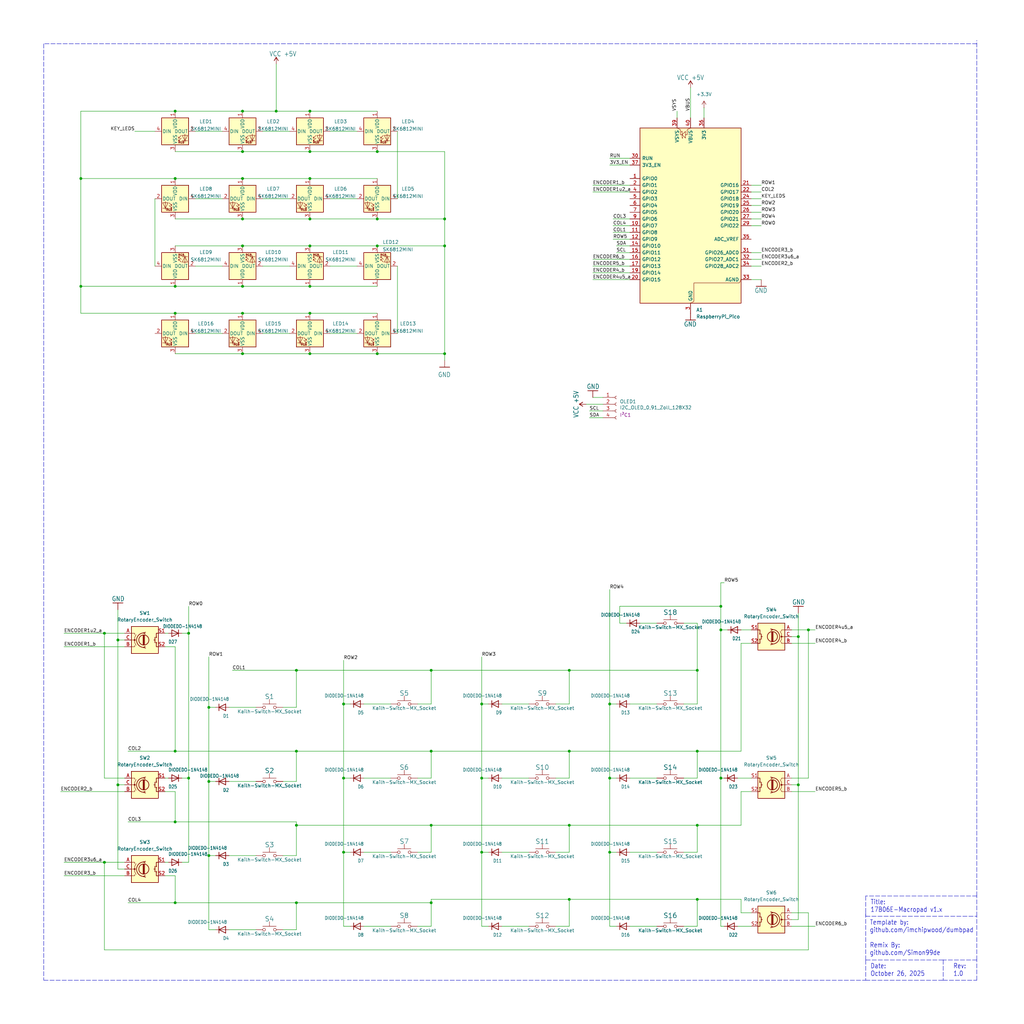
<source format=kicad_sch>
(kicad_sch (version 20250114) (generator "eeschema") (generator_version "9.0")
  (paper "User" 386.08 386.004)
  (text "Rev:\n1.0" (at 359.41 368.3 0) (effects (font (size 1.778 1.5113)) (justify left bottom)))
  (text "Template by:\ngithub.com/imchipwood/dumbpad\n\nRemix By:\ngithub.com/Simon99de" (at 327.914 360.426 0) (effects (font (size 1.778 1.5113)) (justify left bottom)))
  (text "Title:\n17B06E-Macropad v1.x" (at 328.168 344.17 0) (effects (font (size 1.778 1.5113)) (justify left bottom)))
  (text "Date:\nOctober 26, 2025" (at 328.168 368.3 0) (effects (font (size 1.778 1.5113)) (justify left bottom)))
  (junction (at 111.76 252.73))
  (junction (at 71.12 238.76))
  (junction (at 181.61 265.43))
  (junction (at 262.89 252.73))
  (junction (at 78.74 322.58))
  (junction (at 116.84 57.15))
  (junction (at 271.78 293.37))
  (junction (at 78.74 266.7))
  (junction (at 91.44 107.95))
  (junction (at 162.56 311.15))
  (junction (at 44.45 241.3))
  (junction (at 142.24 133.35))
  (junction (at 116.84 92.71))
  (junction (at 229.87 321.31))
  (junction (at 91.44 82.55))
  (junction (at 214.63 339.09))
  (junction (at 111.76 283.21))
  (junction (at 162.56 283.21))
  (junction (at 66.04 309.88))
  (junction (at 129.54 293.37))
  (junction (at 104.14 41.91))
  (junction (at 116.84 133.35))
  (junction (at 162.56 340.36))
  (junction (at 142.24 82.55))
  (junction (at 167.64 92.71))
  (junction (at 304.8 237.49))
  (junction (at 229.87 293.37))
  (junction (at 229.87 265.43))
  (junction (at 262.89 339.09))
  (junction (at 116.84 41.91))
  (junction (at 181.61 293.37))
  (junction (at 66.04 283.21))
  (junction (at 262.89 283.21))
  (junction (at 271.78 228.6))
  (junction (at 39.37 325.12))
  (junction (at 71.12 293.37))
  (junction (at 30.48 107.95))
  (junction (at 91.44 133.35))
  (junction (at 91.44 41.91))
  (junction (at 271.78 237.49))
  (junction (at 91.44 118.11))
  (junction (at 142.24 92.71))
  (junction (at 66.04 41.91))
  (junction (at 214.63 311.15))
  (junction (at 111.76 311.15))
  (junction (at 129.54 265.43))
  (junction (at 300.99 240.03))
  (junction (at 91.44 92.71))
  (junction (at 116.84 67.31))
  (junction (at 116.84 82.55))
  (junction (at 181.61 321.31))
  (junction (at 162.56 252.73))
  (junction (at 66.04 340.36))
  (junction (at 167.64 82.55))
  (junction (at 91.44 67.31))
  (junction (at 116.84 118.11))
  (junction (at 44.45 295.91))
  (junction (at 78.74 294.64))
  (junction (at 116.84 107.95))
  (junction (at 214.63 252.73))
  (junction (at 91.44 57.15))
  (junction (at 66.04 118.11))
  (junction (at 262.89 311.15))
  (junction (at 39.37 238.76))
  (junction (at 66.04 107.95))
  (junction (at 167.64 133.35))
  (junction (at 30.48 67.31))
  (junction (at 300.99 295.91))
  (junction (at 111.76 340.36))
  (junction (at 142.24 57.15))
  (junction (at 129.54 321.31))
  (junction (at 66.04 67.31))
  (junction (at 214.63 283.21))
  (wire (pts (xy 71.12 325.12) (xy 71.12 293.37)))
  (wire (pts (xy 106.68 266.7) (xy 111.76 266.7)))
  (wire (pts (xy 66.04 82.55) (xy 91.44 82.55)))
  (polyline (pts (xy 368.3 361.95) (xy 368.3 345.44)) (stroke (width 0) (type dash)))
  (wire (pts (xy 229.87 59.69) (xy 237.49 59.69)))
  (wire (pts (xy 106.68 322.58) (xy 111.76 322.58)))
  (polyline (pts (xy 326.39 337.82) (xy 326.39 345.44)) (stroke (width 0) (type dash)))
  (wire (pts (xy 222.25 154.94) (xy 227.33 154.94)))
  (polyline (pts (xy 368.3 337.82) (xy 326.39 337.82)) (stroke (width 0) (type dash)))
  (wire (pts (xy 214.63 321.31) (xy 214.63 311.15)))
  (wire (pts (xy 87.63 252.73) (xy 111.76 252.73)))
  (wire (pts (xy 283.21 72.39) (xy 287.02 72.39)))
  (wire (pts (xy 271.78 293.37) (xy 271.78 349.25)))
  (wire (pts (xy 283.21 100.33) (xy 287.02 100.33)))
  (wire (pts (xy 66.04 340.36) (xy 111.76 340.36)))
  (wire (pts (xy 262.89 252.73) (xy 262.89 234.95)))
  (wire (pts (xy 229.87 222.25) (xy 229.87 265.43)))
  (wire (pts (xy 71.12 293.37) (xy 71.12 238.76)))
  (wire (pts (xy 273.05 219.71) (xy 271.78 219.71)))
  (wire (pts (xy 157.48 321.31) (xy 162.56 321.31)))
  (wire (pts (xy 66.04 133.35) (xy 91.44 133.35)))
  (wire (pts (xy 271.78 293.37) (xy 273.05 293.37)))
  (wire (pts (xy 30.48 67.31) (xy 30.48 107.95)))
  (wire (pts (xy 137.16 293.37) (xy 147.32 293.37)))
  (polyline (pts (xy 326.39 344.17) (xy 326.39 345.44)) (stroke (width 0) (type dash)))
  (wire (pts (xy 44.45 241.3) (xy 44.45 295.91)))
  (wire (pts (xy 283.21 80.01) (xy 287.02 80.01)))
  (wire (pts (xy 62.23 243.84) (xy 66.04 243.84)))
  (wire (pts (xy 162.56 311.15) (xy 162.56 321.31)))
  (wire (pts (xy 283.21 85.09) (xy 287.02 85.09)))
  (wire (pts (xy 78.74 294.64) (xy 78.74 266.7)))
  (wire (pts (xy 111.76 350.52) (xy 111.76 340.36)))
  (wire (pts (xy 48.26 309.88) (xy 66.04 309.88)))
  (wire (pts (xy 81.28 266.7) (xy 78.74 266.7)))
  (wire (pts (xy 142.24 57.15) (xy 167.64 57.15)))
  (wire (pts (xy 232.41 95.25) (xy 237.49 95.25)))
  (wire (pts (xy 189.23 265.43) (xy 199.39 265.43)))
  (wire (pts (xy 167.64 92.71) (xy 167.64 133.35)))
  (wire (pts (xy 86.36 266.7) (xy 96.52 266.7)))
  (wire (pts (xy 232.41 349.25) (xy 229.87 349.25)))
  (wire (pts (xy 231.14 82.55) (xy 237.49 82.55)))
  (wire (pts (xy 142.24 82.55) (xy 167.64 82.55)))
  (wire (pts (xy 66.04 57.15) (xy 91.44 57.15)))
  (wire (pts (xy 30.48 41.91) (xy 66.04 41.91)))
  (wire (pts (xy 66.04 283.21) (xy 111.76 283.21)))
  (wire (pts (xy 39.37 358.14) (xy 304.8 358.14)))
  (wire (pts (xy 298.45 344.17) (xy 304.8 344.17)))
  (wire (pts (xy 30.48 67.31) (xy 66.04 67.31)))
  (polyline (pts (xy 16.51 369.57) (xy 326.39 369.57)) (stroke (width 0) (type dash)))
  (wire (pts (xy 223.52 102.87) (xy 237.49 102.87)))
  (wire (pts (xy 62.23 238.76) (xy 63.5 238.76)))
  (wire (pts (xy 86.36 294.64) (xy 96.52 294.64)))
  (wire (pts (xy 189.23 293.37) (xy 199.39 293.37)))
  (wire (pts (xy 214.63 283.21) (xy 262.89 283.21)))
  (wire (pts (xy 181.61 349.25) (xy 181.61 321.31)))
  (wire (pts (xy 116.84 57.15) (xy 142.24 57.15)))
  (wire (pts (xy 307.34 349.25) (xy 298.45 349.25)))
  (wire (pts (xy 222.25 157.48) (xy 227.33 157.48)))
  (wire (pts (xy 298.45 237.49) (xy 304.8 237.49)))
  (wire (pts (xy 283.21 105.41) (xy 287.02 105.41)))
  (wire (pts (xy 279.4 339.09) (xy 279.4 344.17)))
  (wire (pts (xy 304.8 293.37) (xy 298.45 293.37)))
  (wire (pts (xy 66.04 298.45) (xy 66.04 309.88)))
  (wire (pts (xy 223.52 69.85) (xy 237.49 69.85)))
  (wire (pts (xy 209.55 321.31) (xy 214.63 321.31)))
  (wire (pts (xy 91.44 67.31) (xy 116.84 67.31)))
  (wire (pts (xy 157.48 265.43) (xy 162.56 265.43)))
  (wire (pts (xy 111.76 252.73) (xy 111.76 266.7)))
  (wire (pts (xy 223.52 149.86) (xy 227.33 149.86)))
  (wire (pts (xy 283.21 77.47) (xy 287.02 77.47)))
  (wire (pts (xy 214.63 349.25) (xy 214.63 339.09)))
  (wire (pts (xy 209.55 349.25) (xy 214.63 349.25)))
  (wire (pts (xy 124.46 125.73) (xy 134.62 125.73)))
  (wire (pts (xy 181.61 321.31) (xy 181.61 293.37)))
  (wire (pts (xy 111.76 340.36) (xy 162.56 340.36)))
  (wire (pts (xy 157.48 293.37) (xy 162.56 293.37)))
  (wire (pts (xy 237.49 349.25) (xy 247.65 349.25)))
  (wire (pts (xy 116.84 41.91) (xy 142.24 41.91)))
  (wire (pts (xy 111.76 252.73) (xy 162.56 252.73)))
  (wire (pts (xy 129.54 321.31) (xy 129.54 293.37)))
  (wire (pts (xy 116.84 67.31) (xy 142.24 67.31)))
  (polyline (pts (xy 326.39 361.95) (xy 326.39 369.57)) (stroke (width 0) (type dash)))
  (wire (pts (xy 157.48 349.25) (xy 162.56 349.25)))
  (polyline (pts (xy 326.39 369.57) (xy 355.6 369.57)) (stroke (width 0) (type dash)))
  (wire (pts (xy 81.28 294.64) (xy 78.74 294.64)))
  (wire (pts (xy 39.37 238.76) (xy 39.37 293.37)))
  (wire (pts (xy 181.61 293.37) (xy 181.61 265.43)))
  (wire (pts (xy 78.74 322.58) (xy 78.74 294.64)))
  (wire (pts (xy 24.13 330.2) (xy 46.99 330.2)))
  (wire (pts (xy 231.14 85.09) (xy 237.49 85.09)))
  (wire (pts (xy 68.58 293.37) (xy 71.12 293.37)))
  (wire (pts (xy 66.04 330.2) (xy 66.04 340.36)))
  (wire (pts (xy 255.27 41.91) (xy 255.27 44.45)))
  (wire (pts (xy 66.04 41.91) (xy 91.44 41.91)))
  (wire (pts (xy 44.45 229.87) (xy 44.45 241.3)))
  (wire (pts (xy 162.56 252.73) (xy 214.63 252.73)))
  (wire (pts (xy 66.04 118.11) (xy 91.44 118.11)))
  (wire (pts (xy 184.15 293.37) (xy 181.61 293.37)))
  (wire (pts (xy 271.78 349.25) (xy 273.05 349.25)))
  (wire (pts (xy 86.36 350.52) (xy 96.52 350.52)))
  (wire (pts (xy 279.4 298.45) (xy 283.21 298.45)))
  (wire (pts (xy 229.87 349.25) (xy 229.87 321.31)))
  (wire (pts (xy 304.8 237.49) (xy 304.8 293.37)))
  (wire (pts (xy 162.56 349.25) (xy 162.56 340.36)))
  (wire (pts (xy 236.22 234.95) (xy 233.68 234.95)))
  (wire (pts (xy 300.99 231.14) (xy 300.99 240.03)))
  (polyline (pts (xy 355.6 361.95) (xy 326.39 361.95)) (stroke (width 0) (type dash)))
  (wire (pts (xy 232.41 265.43) (xy 229.87 265.43)))
  (wire (pts (xy 214.63 252.73) (xy 262.89 252.73)))
  (wire (pts (xy 91.44 82.55) (xy 116.84 82.55)))
  (wire (pts (xy 30.48 107.95) (xy 66.04 107.95)))
  (wire (pts (xy 129.54 349.25) (xy 129.54 321.31)))
  (wire (pts (xy 73.66 49.53) (xy 83.82 49.53)))
  (wire (pts (xy 116.84 107.95) (xy 142.24 107.95)))
  (wire (pts (xy 262.89 339.09) (xy 262.89 349.25)))
  (wire (pts (xy 298.45 242.57) (xy 307.34 242.57)))
  (wire (pts (xy 223.52 72.39) (xy 237.49 72.39)))
  (wire (pts (xy 257.81 234.95) (xy 262.89 234.95)))
  (wire (pts (xy 237.49 293.37) (xy 247.65 293.37)))
  (polyline (pts (xy 368.3 345.44) (xy 368.3 337.82)) (stroke (width 0) (type dash)))
  (wire (pts (xy 91.44 118.11) (xy 116.84 118.11)))
  (wire (pts (xy 71.12 228.6) (xy 71.12 238.76)))
  (wire (pts (xy 257.81 321.31) (xy 262.89 321.31)))
  (wire (pts (xy 73.66 74.93) (xy 83.82 74.93)))
  (wire (pts (xy 111.76 283.21) (xy 111.76 294.64)))
  (wire (pts (xy 62.23 298.45) (xy 66.04 298.45)))
  (wire (pts (xy 78.74 350.52) (xy 78.74 322.58)))
  (wire (pts (xy 214.63 293.37) (xy 214.63 283.21)))
  (wire (pts (xy 149.86 49.53) (xy 149.86 74.93)))
  (wire (pts (xy 232.41 321.31) (xy 229.87 321.31)))
  (wire (pts (xy 300.99 295.91) (xy 300.99 346.71)))
  (wire (pts (xy 283.21 242.57) (xy 279.4 242.57)))
  (wire (pts (xy 271.78 237.49) (xy 274.32 237.49)))
  (wire (pts (xy 237.49 321.31) (xy 247.65 321.31)))
  (wire (pts (xy 99.06 74.93) (xy 109.22 74.93)))
  (wire (pts (xy 184.15 321.31) (xy 181.61 321.31)))
  (wire (pts (xy 132.08 349.25) (xy 129.54 349.25)))
  (wire (pts (xy 162.56 283.21) (xy 214.63 283.21)))
  (wire (pts (xy 137.16 265.43) (xy 147.32 265.43)))
  (wire (pts (xy 137.16 349.25) (xy 147.32 349.25)))
  (wire (pts (xy 262.89 252.73) (xy 262.89 265.43)))
  (wire (pts (xy 283.21 69.85) (xy 287.02 69.85)))
  (wire (pts (xy 257.81 293.37) (xy 262.89 293.37)))
  (wire (pts (xy 132.08 293.37) (xy 129.54 293.37)))
  (wire (pts (xy 283.21 293.37) (xy 278.13 293.37)))
  (wire (pts (xy 167.64 57.15) (xy 167.64 82.55)))
  (wire (pts (xy 162.56 252.73) (xy 162.56 265.43)))
  (wire (pts (xy 24.13 238.76) (xy 39.37 238.76)))
  (polyline (pts (xy 368.3 337.82) (xy 368.3 15.24)) (stroke (width 0) (type dash)))
  (wire (pts (xy 229.87 62.23) (xy 237.49 62.23)))
  (wire (pts (xy 73.66 100.33) (xy 83.82 100.33)))
  (wire (pts (xy 232.41 92.71) (xy 237.49 92.71)))
  (wire (pts (xy 66.04 107.95) (xy 91.44 107.95)))
  (wire (pts (xy 62.23 330.2) (xy 66.04 330.2)))
  (wire (pts (xy 66.04 92.71) (xy 91.44 92.71)))
  (wire (pts (xy 167.64 82.55) (xy 167.64 92.71)))
  (wire (pts (xy 209.55 265.43) (xy 214.63 265.43)))
  (wire (pts (xy 300.99 346.71) (xy 298.45 346.71)))
  (wire (pts (xy 124.46 100.33) (xy 134.62 100.33)))
  (wire (pts (xy 106.68 350.52) (xy 111.76 350.52)))
  (wire (pts (xy 214.63 265.43) (xy 214.63 252.73)))
  (wire (pts (xy 233.68 228.6) (xy 271.78 228.6)))
  (wire (pts (xy 91.44 92.71) (xy 116.84 92.71)))
  (wire (pts (xy 162.56 339.09) (xy 214.63 339.09)))
  (wire (pts (xy 46.99 327.66) (xy 44.45 327.66)))
  (wire (pts (xy 220.98 152.4) (xy 227.33 152.4)))
  (wire (pts (xy 30.48 107.95) (xy 30.48 118.11)))
  (wire (pts (xy 111.76 311.15) (xy 111.76 322.58)))
  (wire (pts (xy 91.44 57.15) (xy 116.84 57.15)))
  (wire (pts (xy 104.14 24.13) (xy 104.14 41.91)))
  (wire (pts (xy 283.21 97.79) (xy 287.02 97.79)))
  (wire (pts (xy 91.44 107.95) (xy 116.84 107.95)))
  (wire (pts (xy 137.16 321.31) (xy 147.32 321.31)))
  (wire (pts (xy 184.15 265.43) (xy 181.61 265.43)))
  (wire (pts (xy 189.23 349.25) (xy 199.39 349.25)))
  (wire (pts (xy 66.04 243.84) (xy 66.04 283.21)))
  (wire (pts (xy 184.15 349.25) (xy 181.61 349.25)))
  (polyline (pts (xy 355.6 361.95) (xy 355.6 369.57)) (stroke (width 0) (type dash)))
  (wire (pts (xy 142.24 133.35) (xy 167.64 133.35)))
  (wire (pts (xy 39.37 358.14) (xy 39.37 325.12)))
  (wire (pts (xy 44.45 327.66) (xy 44.45 295.91)))
  (wire (pts (xy 283.21 237.49) (xy 279.4 237.49)))
  (wire (pts (xy 271.78 293.37) (xy 271.78 237.49)))
  (wire (pts (xy 99.06 125.73) (xy 109.22 125.73)))
  (wire (pts (xy 262.89 283.21) (xy 262.89 293.37)))
  (polyline (pts (xy 368.3 16.51) (xy 16.51 16.51)) (stroke (width 0) (type dash)))
  (polyline (pts (xy 355.6 369.57) (xy 368.3 369.57)) (stroke (width 0) (type dash)))
  (wire (pts (xy 304.8 344.17) (xy 304.8 358.14)))
  (wire (pts (xy 229.87 321.31) (xy 229.87 293.37)))
  (wire (pts (xy 257.81 349.25) (xy 262.89 349.25)))
  (wire (pts (xy 124.46 49.53) (xy 134.62 49.53)))
  (polyline (pts (xy 368.3 369.57) (xy 368.3 361.95)) (stroke (width 0) (type dash)))
  (wire (pts (xy 237.49 265.43) (xy 247.65 265.43)))
  (wire (pts (xy 111.76 283.21) (xy 162.56 283.21)))
  (polyline (pts (xy 326.39 361.95) (xy 326.39 345.44)) (stroke (width 0) (type dash)))
  (wire (pts (xy 86.36 322.58) (xy 96.52 322.58)))
  (wire (pts (xy 48.26 340.36) (xy 66.04 340.36)))
  (wire (pts (xy 111.76 309.88) (xy 111.76 311.15)))
  (wire (pts (xy 99.06 49.53) (xy 109.22 49.53)))
  (wire (pts (xy 104.14 41.91) (xy 116.84 41.91)))
  (wire (pts (xy 271.78 228.6) (xy 271.78 237.49)))
  (wire (pts (xy 129.54 265.43) (xy 129.54 248.92)))
  (wire (pts (xy 91.44 41.91) (xy 104.14 41.91)))
  (wire (pts (xy 283.21 349.25) (xy 278.13 349.25)))
  (wire (pts (xy 233.68 234.95) (xy 233.68 228.6)))
  (wire (pts (xy 271.78 219.71) (xy 271.78 228.6)))
  (wire (pts (xy 46.99 238.76) (xy 39.37 238.76)))
  (wire (pts (xy 66.04 67.31) (xy 91.44 67.31)))
  (wire (pts (xy 50.8 49.53) (xy 58.42 49.53)))
  (wire (pts (xy 24.13 243.84) (xy 46.99 243.84)))
  (wire (pts (xy 62.23 325.12) (xy 63.5 325.12)))
  (wire (pts (xy 214.63 311.15) (xy 162.56 311.15)))
  (wire (pts (xy 223.52 100.33) (xy 237.49 100.33)))
  (wire (pts (xy 116.84 82.55) (xy 142.24 82.55)))
  (wire (pts (xy 142.24 92.71) (xy 167.64 92.71)))
  (wire (pts (xy 99.06 100.33) (xy 109.22 100.33)))
  (wire (pts (xy 30.48 67.31) (xy 30.48 41.91)))
  (wire (pts (xy 91.44 133.35) (xy 116.84 133.35)))
  (wire (pts (xy 81.28 322.58) (xy 78.74 322.58)))
  (wire (pts (xy 24.13 325.12) (xy 39.37 325.12)))
  (wire (pts (xy 260.35 33.02) (xy 260.35 44.45)))
  (wire (pts (xy 262.89 321.31) (xy 262.89 311.15)))
  (wire (pts (xy 111.76 311.15) (xy 162.56 311.15)))
  (wire (pts (xy 162.56 283.21) (xy 162.56 293.37)))
  (wire (pts (xy 44.45 295.91) (xy 46.99 295.91)))
  (wire (pts (xy 223.52 105.41) (xy 237.49 105.41)))
  (wire (pts (xy 189.23 321.31) (xy 199.39 321.31)))
  (wire (pts (xy 279.4 298.45) (xy 279.4 311.15)))
  (wire (pts (xy 116.84 92.71) (xy 142.24 92.71)))
  (wire (pts (xy 231.14 90.17) (xy 237.49 90.17)))
  (wire (pts (xy 124.46 74.93) (xy 134.62 74.93)))
  (wire (pts (xy 231.14 87.63) (xy 237.49 87.63)))
  (wire (pts (xy 106.68 294.64) (xy 111.76 294.64)))
  (wire (pts (xy 22.86 298.45) (xy 46.99 298.45)))
  (wire (pts (xy 257.81 265.43) (xy 262.89 265.43)))
  (wire (pts (xy 66.04 118.11) (xy 30.48 118.11)))
  (wire (pts (xy 214.63 311.15) (xy 262.89 311.15)))
  (wire (pts (xy 71.12 238.76) (xy 68.58 238.76)))
  (wire (pts (xy 116.84 133.35) (xy 142.24 133.35)))
  (wire (pts (xy 283.21 74.93) (xy 287.02 74.93)))
  (wire (pts (xy 68.58 325.12) (xy 71.12 325.12)))
  (wire (pts (xy 300.99 240.03) (xy 300.99 295.91)))
  (wire (pts (xy 298.45 298.45) (xy 307.34 298.45)))
  (wire (pts (xy 298.45 240.03) (xy 300.99 240.03)))
  (wire (pts (xy 262.89 283.21) (xy 279.4 283.21)))
  (wire (pts (xy 39.37 293.37) (xy 46.99 293.37)))
  (wire (pts (xy 298.45 295.91) (xy 300.99 295.91)))
  (wire (pts (xy 149.86 100.33) (xy 149.86 125.73)))
  (wire (pts (xy 283.21 95.25) (xy 287.02 95.25)))
  (wire (pts (xy 78.74 247.65) (xy 78.74 266.7)))
  (wire (pts (xy 167.64 133.35) (xy 167.64 135.89)))
  (wire (pts (xy 223.52 97.79) (xy 237.49 97.79)))
  (wire (pts (xy 73.66 125.73) (xy 83.82 125.73)))
  (wire (pts (xy 48.26 283.21) (xy 66.04 283.21)))
  (wire (pts (xy 62.23 293.37) (xy 63.5 293.37)))
  (wire (pts (xy 132.08 265.43) (xy 129.54 265.43)))
  (wire (pts (xy 162.56 340.36) (xy 162.56 339.09)))
  (wire (pts (xy 262.89 339.09) (xy 279.4 339.09)))
  (polyline (pts (xy 326.39 345.44) (xy 368.3 345.44)) (stroke (width 0) (type dash)))
  (wire (pts (xy 66.04 309.88) (xy 111.76 309.88)))
  (wire (pts (xy 46.99 241.3) (xy 44.45 241.3)))
  (wire (pts (xy 214.63 339.09) (xy 262.89 339.09)))
  (wire (pts (xy 283.21 82.55) (xy 287.02 82.55)))
  (wire (pts (xy 132.08 321.31) (xy 129.54 321.31)))
  (wire (pts (xy 241.3 234.95) (xy 247.65 234.95)))
  (wire (pts (xy 181.61 265.43) (xy 181.61 247.65)))
  (wire (pts (xy 39.37 325.12) (xy 46.99 325.12)))
  (wire (pts (xy 279.4 344.17) (xy 283.21 344.17)))
  (wire (pts (xy 304.8 237.49) (xy 307.34 237.49)))
  (polyline (pts (xy 16.51 16.51) (xy 16.51 369.57)) (stroke (width 0) (type dash)))
  (wire (pts (xy 262.89 311.15) (xy 279.4 311.15)))
  (wire (pts (xy 265.43 40.64) (xy 265.43 44.45)))
  (wire (pts (xy 209.55 293.37) (xy 214.63 293.37)))
  (wire (pts (xy 116.84 118.11) (xy 142.24 118.11)))
  (wire (pts (xy 279.4 242.57) (xy 279.4 283.21)))
  (wire (pts (xy 129.54 293.37) (xy 129.54 265.43)))
  (wire (pts (xy 229.87 293.37) (xy 229.87 265.43)))
  (wire (pts (xy 81.28 350.52) (xy 78.74 350.52)))
  (wire (pts (xy 232.41 293.37) (xy 229.87 293.37)))
  (polyline (pts (xy 368.3 361.95) (xy 355.6 361.95)) (stroke (width 0) (type dash)))
  (wire (pts (xy 58.42 74.93) (xy 58.42 100.33)))
  (label "SCL" (at 222.25 154.94 0) (effects (font (size 1.2446 1.2446))))
  (label "ENCODER3_b" (at 24.13 330.2 0) (effects (font (size 1.2446 1.2446))))
  (label "ROW4" (at 229.87 222.25 0) (effects (font (size 1.2446 1.2446))))
  (label "COL1" (at 231.14 87.63 0) (effects (font (size 1.2446 1.2446))))
  (label "ENCODER4u5_a" (at 223.52 105.41 0) (effects (font (size 1.2446 1.2446))))
  (label "ROW3" (at 181.61 247.65 0) (effects (font (size 1.2446 1.2446))))
  (label "ROW2" (at 129.54 248.92 0) (effects (font (size 1.2446 1.2446))))
  (label "ENCODER3u6_a" (at 287.02 97.79 0) (effects (font (size 1.2446 1.2446))))
  (label "ENCODER2_b" (at 22.86 298.45 0) (effects (font (size 1.2446 1.2446))))
  (label "SDA" (at 222.25 157.48 0) (effects (font (size 1.2446 1.2446))))
  (label "ENCODER1u2_a" (at 24.13 238.76 0) (effects (font (size 1.2446 1.2446))))
  (label "ROW1" (at 287.02 69.85 0) (effects (font (size 1.2446 1.2446))))
  (label "KEY_LEDS" (at 50.8 49.53 180) (effects (font (size 1.2446 1.2446))))
  (label "ENCODER3u6_a" (at 24.13 325.12 0) (effects (font (size 1.2446 1.2446))))
  (label "COL4" (at 48.26 340.36 0) (effects (font (size 1.2446 1.2446))))
  (label "ROW3" (at 287.02 80.01 0) (effects (font (size 1.2446 1.2446))))
  (label "3V3_EN" (at 229.87 62.23 0) (effects (font (size 1.2446 1.2446))))
  (label "ENCODER4_b" (at 307.34 242.57 0) (effects (font (size 1.2446 1.2446))))
  (label "ROW5" (at 273.05 219.71 0) (effects (font (size 1.2446 1.2446))))
  (label "ROW2" (at 287.02 77.47 0) (effects (font (size 1.2446 1.2446))))
  (label "ENCODER4_b" (at 223.52 102.87 0) (effects (font (size 1.2446 1.2446))))
  (label "SDA" (at 232.41 92.71 0) (effects (font (size 1.2446 1.2446))))
  (label "ROW5" (at 231.14 90.17 0) (effects (font (size 1.2446 1.2446))))
  (label "ENCODER5_b" (at 307.34 298.45 0) (effects (font (size 1.2446 1.2446))))
  (label "ENCODER6_b" (at 307.34 349.25 0) (effects (font (size 1.2446 1.2446))))
  (label "RUN" (at 229.87 59.69 0) (effects (font (size 1.2446 1.2446))))
  (label "COL1" (at 87.63 252.73 0) (effects (font (size 1.2446 1.2446))))
  (label "ROW0" (at 287.02 85.09 0) (effects (font (size 1.2446 1.2446))))
  (label "ENCODER5_b" (at 223.52 100.33 0) (effects (font (size 1.2446 1.2446))))
  (label "ENCODER3_b" (at 287.02 95.25 0) (effects (font (size 1.2446 1.2446))))
  (label "COL4" (at 231.14 85.09 0) (effects (font (size 1.2446 1.2446))))
  (label "KEY_LEDS" (at 287.02 74.93 0) (effects (font (size 1.2446 1.2446))))
  (label "VBUS" (at 260.35 41.91 90) (effects (font (size 1.2446 1.2446))))
  (label "ROW0" (at 71.12 228.6 0) (effects (font (size 1.2446 1.2446))))
  (label "COL2" (at 48.26 283.21 0) (effects (font (size 1.2446 1.2446))))
  (label "COL2" (at 287.02 72.39 0) (effects (font (size 1.2446 1.2446))))
  (label "ENCODER2_b" (at 287.02 100.33 0) (effects (font (size 1.2446 1.2446))))
  (label "ENCODER1_b" (at 223.52 69.85 0) (effects (font (size 1.2446 1.2446))))
  (label "ENCODER6_b" (at 223.52 97.79 0) (effects (font (size 1.2446 1.2446))))
  (label "ENCODER4u5_a" (at 307.34 237.49 0) (effects (font (size 1.2446 1.2446))))
  (label "ROW4" (at 287.02 82.55 0) (effects (font (size 1.2446 1.2446))))
  (label "ROW1" (at 78.74 247.65 0) (effects (font (size 1.2446 1.2446))))
  (label "SCL" (at 232.41 95.25 0) (effects (font (size 1.2446 1.2446))))
  (label "ENCODER1u2_a" (at 223.52 72.39 0) (effects (font (size 1.2446 1.2446))))
  (label "COL3" (at 231.14 82.55 0) (effects (font (size 1.2446 1.2446))))
  (label "COL3" (at 48.26 309.88 0) (effects (font (size 1.2446 1.2446))))
  (label "VSYS" (at 255.27 41.91 90) (effects (font (size 1.2446 1.2446))))
  (label "ENCODER1_b" (at 24.13 243.84 0) (effects (font (size 1.2446 1.2446))))
  (symbol (lib_id "Switch:SW_Push") (at 152.4 265.43 0) (unit 1)
    (property "Reference" "S5" (at 152.4 260.35 0) (effects (font (size 1.778 1.778)) (justify top)))
    (property "Value" "Kailh-Switch-MX_Socket" (at 152.4 267.716 0) (effects (justify bottom)))
    (property "Footprint" "17B06E-Macropad:Kailh-CPG151101S11_MX_Socket-1.00u" (effects (hide yes)))
    (property "Description" "Push button switch, generic, two pins" (effects (hide yes)))
  )
  (symbol (lib_id "dumbpad_lib:SK6812MINI_1") (at 142.24 100.33 0) (mirror x) (unit 1)
    (property "Reference" "LED12" (at 144.2594 91.2835 0) (effects (justify left)))
    (property "Value" "SK6812MINI" (at 144.2594 94.0586 0) (effects (justify left)))
    (property "Footprint" "17B06E-Macropad:YS-SK6812MINI-E" (effects (hide yes)))
    (property "Datasheet" "https://cdn-shop.adafruit.com/product-files/2686/SK6812MINI_REV.01-1-2.pdf" (effects (hide yes)))
  )
  (symbol (lib_id "dumbpad_lib:SK6812MINI_1") (at 91.44 49.53 0) (unit 1)
    (property "Reference" "LED2" (at 103.0159 45.8048 0))
    (property "Value" "SK6812MINI" (at 103.0159 48.5799 0))
    (property "Footprint" "17B06E-Macropad:YS-SK6812MINI-E" (effects (hide yes)))
    (property "Datasheet" "https://cdn-shop.adafruit.com/product-files/2686/SK6812MINI_REV.01-1-2.pdf" (effects (hide yes)))
  )
  (symbol (lib_id "Switch:SW_Push") (at 252.73 349.25 0) (unit 1)
    (property "Reference" "S16" (at 252.73 344.17 0) (effects (font (size 1.778 1.778)) (justify top)))
    (property "Value" "Kailh-Switch-MX_Socket" (at 252.73 351.536 0) (effects (justify bottom)))
    (property "Footprint" "17B06E-Macropad:Kailh-CPG151101S11_MX_Socket-1.00u" (effects (hide yes)))
    (property "Description" "Push button switch, generic, two pins" (effects (hide yes)))
  )
  (symbol (lib_id "Device:RotaryEncoder_Switch") (at 54.61 241.3 0) (unit 1)
    (property "Reference" "SW1" (at 54.61 231.14 0))
    (property "Value" "RotaryEncoder_Switch" (at 54.61 233.68 0))
    (property "Footprint" "Rotary_Encoder:RotaryEncoder_Alps_EC11E-Switch_Vertical_H20mm" (effects (hide yes)))
    (property "Description" "Rotary encoder, dual channel, incremental quadrate outputs, with switch" (effects (hide yes)))
  )
  (symbol (lib_id "dumbpad-eagle-import:GND") (at 300.99 228.6 180) (unit 1)
    (property "Reference" "#GND05" (effects (hide yes)))
    (property "Value" "GND" (at 303.53 226.06 0) (effects (font (size 1.778 1.5113)) (justify left bottom)))
    (property "Footprint" "dumbpad:" (effects (hide yes)))
  )
  (symbol (lib_id "dumbpad_lib:SK6812MINI_1") (at 142.24 125.73 0) (mirror y) (unit 1)
    (property "Reference" "LED13" (at 153.8159 122.0048 0))
    (property "Value" "SK6812MINI" (at 153.8159 124.7799 0))
    (property "Footprint" "17B06E-Macropad:YS-SK6812MINI-E" (effects (hide yes)))
    (property "Datasheet" "https://cdn-shop.adafruit.com/product-files/2686/SK6812MINI_REV.01-1-2.pdf" (effects (hide yes)))
  )
  (symbol (lib_id "Device:RotaryEncoder_Switch") (at 290.83 240.03 0) (mirror y) (unit 1)
    (property "Reference" "SW4" (at 290.83 229.87 0))
    (property "Value" "RotaryEncoder_Switch" (at 290.83 232.41 0))
    (property "Footprint" "Rotary_Encoder:RotaryEncoder_Alps_EC11E-Switch_Vertical_H20mm" (effects (hide yes)))
    (property "Description" "Rotary encoder, dual channel, incremental quadrate outputs, with switch" (effects (hide yes)))
  )
  (symbol (lib_id "dumbpad_lib:SK6812MINI_1") (at 66.04 100.33 0) (mirror x) (unit 1)
    (property "Reference" "LED9" (at 77.6159 95.106 0))
    (property "Value" "SK6812MINI" (at 77.6159 97.8811 0))
    (property "Footprint" "17B06E-Macropad:YS-SK6812MINI-E" (effects (hide yes)))
    (property "Datasheet" "https://cdn-shop.adafruit.com/product-files/2686/SK6812MINI_REV.01-1-2.pdf" (effects (hide yes)))
  )
  (symbol (lib_id "power:+3.3V") (at 265.43 40.64 0) (unit 1)
    (property "Reference" "#PWR01" (effects (hide yes)))
    (property "Value" "+3.3V" (at 265.43 35.56 0))
    (property "Description" "Power symbol creates a global label with name \"+3.3V\"" (effects (hide yes)))
  )
  (symbol (lib_id "dumbpad-eagle-import:DIODEDO-1N4148") (at 276.86 237.49 180) (unit 1)
    (property "Reference" "D21" (at 279.4 240.03 0) (effects (font (size 1.27 1.0795)) (justify left bottom)))
    (property "Value" "DIODEDO-1N4148" (at 279.4 233.68 0) (effects (font (size 1.27 1.0795)) (justify left bottom)))
    (property "Footprint" "17B06E-Macropad:DO-1N4148" (effects (hide yes)))
  )
  (symbol (lib_id "Switch:SW_Push") (at 204.47 349.25 0) (unit 1)
    (property "Reference" "S12" (at 204.47 344.17 0) (effects (font (size 1.778 1.778)) (justify top)))
    (property "Value" "Kailh-Switch-MX_Socket" (at 204.47 351.536 0) (effects (justify bottom)))
    (property "Footprint" "17B06E-Macropad:Kailh-CPG151101S11_MX_Socket-1.00u" (effects (hide yes)))
    (property "Description" "Push button switch, generic, two pins" (effects (hide yes)))
  )
  (symbol (lib_id "dumbpad-eagle-import:GND") (at 167.64 138.43 0) (unit 1)
    (property "Reference" "#GND0101" (effects (hide yes)))
    (property "Value" "GND" (at 165.1 142.24 0) (effects (font (size 1.778 1.5113)) (justify left bottom)))
    (property "Footprint" "dumbpad:" (effects (hide yes)))
  )
  (symbol (lib_id "dumbpad-eagle-import:GND") (at 287.02 107.95 0) (unit 1)
    (property "Reference" "#GND02" (effects (hide yes)))
    (property "Value" "GND" (at 284.48 110.49 0) (effects (font (size 1.778 1.5113)) (justify left bottom)))
    (property "Footprint" "dumbpad:" (effects (hide yes)))
  )
  (symbol (lib_id "Switch:SW_Push") (at 101.6 266.7 0) (unit 1)
    (property "Reference" "S1" (at 101.6 261.62 0) (effects (font (size 1.778 1.778)) (justify top)))
    (property "Value" "Kailh-Switch-MX_Socket" (at 101.6 268.986 0) (effects (justify bottom)))
    (property "Footprint" "17B06E-Macropad:Kailh-CPG151101S11_MX_Socket-1.00u" (effects (hide yes)))
    (property "Description" "Push button switch, generic, two pins" (effects (hide yes)))
  )
  (symbol (lib_id "Switch:SW_Push") (at 252.73 265.43 0) (unit 1)
    (property "Reference" "S13" (at 252.73 260.35 0) (effects (font (size 1.778 1.778)) (justify top)))
    (property "Value" "Kailh-Switch-MX_Socket" (at 252.73 267.716 0) (effects (justify bottom)))
    (property "Footprint" "17B06E-Macropad:Kailh-CPG151101S11_MX_Socket-1.00u" (effects (hide yes)))
    (property "Description" "Push button switch, generic, two pins" (effects (hide yes)))
  )
  (symbol (lib_id "dumbpad-eagle-import:DIODEDO-1N4148") (at 234.95 321.31 180) (unit 1)
    (property "Reference" "D15" (at 237.49 323.85 0) (effects (font (size 1.27 1.0795)) (justify left bottom)))
    (property "Value" "DIODEDO-1N4148" (at 237.49 317.5 0) (effects (font (size 1.27 1.0795)) (justify left bottom)))
    (property "Footprint" "17B06E-Macropad:DO-1N4148" (effects (hide yes)))
  )
  (symbol (lib_id "Switch:SW_Push") (at 252.73 234.95 0) (unit 1)
    (property "Reference" "S18" (at 252.73 229.87 0) (effects (font (size 1.778 1.778)) (justify top)))
    (property "Value" "Kailh-Switch-MX_Socket" (at 252.73 237.236 0) (effects (justify bottom)))
    (property "Footprint" "17B06E-Macropad:Kailh-CPG151101S11_MX_Socket-1.00u" (effects (hide yes)))
    (property "Description" "Push button switch, generic, two pins" (effects (hide yes)))
  )
  (symbol (lib_id "Switch:SW_Push") (at 152.4 293.37 0) (unit 1)
    (property "Reference" "S6" (at 152.4 288.29 0) (effects (font (size 1.778 1.778)) (justify top)))
    (property "Value" "Kailh-Switch-MX_Socket" (at 152.4 295.656 0) (effects (justify bottom)))
    (property "Footprint" "17B06E-Macropad:Kailh-CPG151101S11_MX_Socket-1.00u" (effects (hide yes)))
    (property "Description" "Push button switch, generic, two pins" (effects (hide yes)))
  )
  (symbol (lib_id "dumbpad_lib:SK6812MINI_1") (at 142.24 49.53 0) (unit 1)
    (property "Reference" "LED4" (at 153.8159 45.8048 0))
    (property "Value" "SK6812MINI" (at 153.8159 48.5799 0))
    (property "Footprint" "17B06E-Macropad:YS-SK6812MINI-E" (effects (hide yes)))
    (property "Datasheet" "https://cdn-shop.adafruit.com/product-files/2686/SK6812MINI_REV.01-1-2.pdf" (effects (hide yes)))
  )
  (symbol (lib_id "dumbpad-eagle-import:GND") (at 44.45 227.33 180) (unit 1)
    (property "Reference" "#GND06" (effects (hide yes)))
    (property "Value" "GND" (at 46.99 224.79 0) (effects (font (size 1.778 1.5113)) (justify left bottom)))
    (property "Footprint" "dumbpad:" (effects (hide yes)))
  )
  (symbol (lib_id "Device:RotaryEncoder_Switch") (at 290.83 346.71 0) (mirror y) (unit 1)
    (property "Reference" "SW6" (at 290.83 336.55 0))
    (property "Value" "RotaryEncoder_Switch" (at 290.83 339.09 0))
    (property "Footprint" "Rotary_Encoder:RotaryEncoder_Alps_EC11E-Switch_Vertical_H20mm" (effects (hide yes)))
    (property "Description" "Rotary encoder, dual channel, incremental quadrate outputs, with switch" (effects (hide yes)))
  )
  (symbol (lib_id "dumbpad-eagle-import:DIODEDO-1N4148") (at 234.95 265.43 180) (unit 1)
    (property "Reference" "D13" (at 237.49 267.97 0) (effects (font (size 1.27 1.0795)) (justify left bottom)))
    (property "Value" "DIODEDO-1N4148" (at 237.49 261.62 0) (effects (font (size 1.27 1.0795)) (justify left bottom)))
    (property "Footprint" "17B06E-Macropad:DO-1N4148" (effects (hide yes)))
  )
  (symbol (lib_id "Switch:SW_Push") (at 204.47 265.43 0) (unit 1)
    (property "Reference" "S9" (at 204.47 260.35 0) (effects (font (size 1.778 1.778)) (justify top)))
    (property "Value" "Kailh-Switch-MX_Socket" (at 204.47 267.716 0) (effects (justify bottom)))
    (property "Footprint" "17B06E-Macropad:Kailh-CPG151101S11_MX_Socket-1.00u" (effects (hide yes)))
    (property "Description" "Push button switch, generic, two pins" (effects (hide yes)))
  )
  (symbol (lib_id "dumbpad-eagle-import:DIODEDO-1N4148") (at 134.62 265.43 180) (unit 1)
    (property "Reference" "D5" (at 137.16 267.97 0) (effects (font (size 1.27 1.0795)) (justify left bottom)))
    (property "Value" "DIODEDO-1N4148" (at 137.16 261.62 0) (effects (font (size 1.27 1.0795)) (justify left bottom)))
    (property "Footprint" "17B06E-Macropad:DO-1N4148" (effects (hide yes)))
  )
  (symbol (lib_id "Switch:SW_Push") (at 152.4 321.31 0) (unit 1)
    (property "Reference" "S7" (at 152.4 316.23 0) (effects (font (size 1.778 1.778)) (justify top)))
    (property "Value" "Kailh-Switch-MX_Socket" (at 152.4 323.596 0) (effects (justify bottom)))
    (property "Footprint" "17B06E-Macropad:Kailh-CPG151101S11_MX_Socket-1.00u" (effects (hide yes)))
    (property "Description" "Push button switch, generic, two pins" (effects (hide yes)))
  )
  (symbol (lib_id "Connector:Conn_01x04_Socket") (at 232.41 152.4 0) (unit 1)
    (property "Reference" "OLED1" (at 233.68 151.384 0) (effects (justify left)))
    (property "Value" "I2C_OLED_0,91_Zoll_128X32" (at 233.68 153.67 0) (effects (justify left)))
    (property "Footprint" "17B06E-Macropad:OLED" (effects (hide yes)))
    (property "Description" "Generic connector, single row, 01x04, script generated" (effects (hide yes)))
    (property "I2C" "I²C1" (at 233.68 156.464 0) (effects (justify left)))
  )
  (symbol (lib_id "dumbpad_lib:SK6812MINI_1") (at 116.84 74.93 0) (mirror y) (unit 1)
    (property "Reference" "LED6" (at 128.4159 71.2048 0))
    (property "Value" "SK6812MINI" (at 128.4159 73.9799 0))
    (property "Footprint" "17B06E-Macropad:YS-SK6812MINI-E" (effects (hide yes)))
    (property "Datasheet" "https://cdn-shop.adafruit.com/product-files/2686/SK6812MINI_REV.01-1-2.pdf" (effects (hide yes)))
  )
  (symbol (lib_id "dumbpad_lib:SK6812MINI_1") (at 116.84 100.33 0) (mirror x) (unit 1)
    (property "Reference" "LED11" (at 128.4159 95.106 0))
    (property "Value" "SK6812MINI" (at 128.4159 97.8811 0))
    (property "Footprint" "17B06E-Macropad:YS-SK6812MINI-E" (effects (hide yes)))
    (property "Datasheet" "https://cdn-shop.adafruit.com/product-files/2686/SK6812MINI_REV.01-1-2.pdf" (effects (hide yes)))
  )
  (symbol (lib_id "dumbpad_lib:SK6812MINI_1") (at 66.04 125.73 0) (mirror y) (unit 1)
    (property "Reference" "LED16" (at 77.6159 122.0048 0))
    (property "Value" "SK6812MINI" (at 77.6159 124.7799 0))
    (property "Footprint" "17B06E-Macropad:YS-SK6812MINI-E" (effects (hide yes)))
    (property "Datasheet" "https://cdn-shop.adafruit.com/product-files/2686/SK6812MINI_REV.01-1-2.pdf" (effects (hide yes)))
  )
  (symbol (lib_id "dumbpad_lib:SK6812MINI_1") (at 91.44 100.33 0) (mirror x) (unit 1)
    (property "Reference" "LED10" (at 103.0159 95.106 0))
    (property "Value" "SK6812MINI" (at 103.0159 97.8811 0))
    (property "Footprint" "17B06E-Macropad:YS-SK6812MINI-E" (effects (hide yes)))
    (property "Datasheet" "https://cdn-shop.adafruit.com/product-files/2686/SK6812MINI_REV.01-1-2.pdf" (effects (hide yes)))
  )
  (symbol (lib_id "dumbpad-eagle-import:DIODEDO-1N4148") (at 186.69 321.31 180) (unit 1)
    (property "Reference" "D11" (at 189.23 323.85 0) (effects (font (size 1.27 1.0795)) (justify left bottom)))
    (property "Value" "DIODEDO-1N4148" (at 189.23 317.5 0) (effects (font (size 1.27 1.0795)) (justify left bottom)))
    (property "Footprint" "17B06E-Macropad:DO-1N4148" (effects (hide yes)))
  )
  (symbol (lib_id "dumbpad-eagle-import:VCC") (at 104.14 24.13 0) (unit 1)
    (property "Reference" "#SUPPLY0101" (effects (hide yes)))
    (property "Value" "VCC +5V" (at 106.68 20.32 0) (effects (font (size 1.778 1.5113))))
    (property "Footprint" "dumbpad:" (effects (hide yes)))
  )
  (symbol (lib_id "MCU_Module:RaspberryPi_Pico") (at 260.35 82.55 0) (unit 1)
    (property "Reference" "A1" (at 262.4933 116.84 0) (effects (justify left)))
    (property "Value" "RaspberryPi_Pico" (at 262.4933 119.38 0) (effects (justify left)))
    (property "Footprint" "17B06E-Macropad:RaspberryPi_Pico_No_WIFI" (effects (hide yes)))
    (property "Datasheet" "https://datasheets.raspberrypi.com/pico/pico-datasheet.pdf" (effects (hide yes)))
    (property "Description" "Versatile and inexpensive microcontroller module powered by RP2040 dual-core Arm Cortex-M0+ processor up to 133 MHz, 264kB SRAM, 2MB QSPI flash; also supports Raspberry Pi Pico 2" (effects (hide yes)))
  )
  (symbol (lib_id "Switch:SW_Push") (at 252.73 293.37 0) (unit 1)
    (property "Reference" "S14" (at 252.73 288.29 0) (effects (font (size 1.778 1.778)) (justify top)))
    (property "Value" "Kailh-Switch-MX_Socket" (at 252.73 295.656 0) (effects (justify bottom)))
    (property "Footprint" "17B06E-Macropad:Kailh-CPG151101S11_MX_Socket-1.00u" (effects (hide yes)))
    (property "Description" "Push button switch, generic, two pins" (effects (hide yes)))
  )
  (symbol (lib_id "dumbpad-eagle-import:DIODEDO-1N4148") (at 234.95 349.25 180) (unit 1)
    (property "Reference" "D16" (at 237.49 351.79 0) (effects (font (size 1.27 1.0795)) (justify left bottom)))
    (property "Value" "DIODEDO-1N4148" (at 237.49 345.44 0) (effects (font (size 1.27 1.0795)) (justify left bottom)))
    (property "Footprint" "17B06E-Macropad:DO-1N4148" (effects (hide yes)))
  )
  (symbol (lib_id "dumbpad-eagle-import:DIODEDO-1N4148") (at 83.82 294.64 180) (unit 1)
    (property "Reference" "D2" (at 86.36 297.18 0) (effects (font (size 1.27 1.0795)) (justify left bottom)))
    (property "Value" "DIODEDO-1N4148" (at 90.17 291.846 0) (effects (font (size 1.27 1.0795)) (justify left bottom)))
    (property "Footprint" "17B06E-Macropad:DO-1N4148" (effects (hide yes)))
  )
  (symbol (lib_id "dumbpad-eagle-import:DIODEDO-1N4148") (at 275.59 349.25 180) (unit 1)
    (property "Reference" "D22" (at 278.13 351.79 0) (effects (font (size 1.27 1.0795)) (justify left bottom)))
    (property "Value" "DIODEDO-1N4148" (at 278.13 345.44 0) (effects (font (size 1.27 1.0795)) (justify left bottom)))
    (property "Footprint" "17B06E-Macropad:DO-1N4148" (effects (hide yes)))
  )
  (symbol (lib_id "dumbpad-eagle-import:GND") (at 223.52 147.32 180) (unit 1)
    (property "Reference" "#GND07" (effects (hide yes)))
    (property "Value" "GND" (at 226.06 144.78 0) (effects (font (size 1.778 1.5113)) (justify left bottom)))
    (property "Footprint" "dumbpad:" (effects (hide yes)))
  )
  (symbol (lib_id "dumbpad-eagle-import:DIODEDO-1N4148") (at 83.82 266.7 180) (unit 1)
    (property "Reference" "D1" (at 86.36 269.24 0) (effects (font (size 1.27 1.0795)) (justify left bottom)))
    (property "Value" "DIODEDO-1N4148" (at 86.36 262.89 0) (effects (font (size 1.27 1.0795)) (justify left bottom)))
    (property "Footprint" "17B06E-Macropad:DO-1N4148" (effects (hide yes)))
  )
  (symbol (lib_id "dumbpad_lib:SK6812MINI_1") (at 91.44 74.93 0) (mirror y) (unit 1)
    (property "Reference" "LED7" (at 103.0159 71.2048 0))
    (property "Value" "SK6812MINI" (at 103.0159 73.9799 0))
    (property "Footprint" "17B06E-Macropad:YS-SK6812MINI-E" (effects (hide yes)))
    (property "Datasheet" "https://cdn-shop.adafruit.com/product-files/2686/SK6812MINI_REV.01-1-2.pdf" (effects (hide yes)))
  )
  (symbol (lib_id "dumbpad-eagle-import:DIODEDO-1N4148") (at 134.62 349.25 180) (unit 1)
    (property "Reference" "D8" (at 137.16 351.79 0) (effects (font (size 1.27 1.0795)) (justify left bottom)))
    (property "Value" "DIODEDO-1N4148" (at 137.16 345.44 0) (effects (font (size 1.27 1.0795)) (justify left bottom)))
    (property "Footprint" "17B06E-Macropad:DO-1N4148" (effects (hide yes)))
  )
  (symbol (lib_id "dumbpad-eagle-import:DIODEDO-1N4148") (at 66.04 325.12 0) (mirror x) (unit 1)
    (property "Reference" "D26" (at 63.5 327.66 0) (effects (font (size 1.27 1.0795)) (justify left bottom)))
    (property "Value" "DIODEDO-1N4148" (at 63.5 321.31 0) (effects (font (size 1.27 1.0795)) (justify left bottom)))
    (property "Footprint" "17B06E-Macropad:DO-1N4148" (effects (hide yes)))
  )
  (symbol (lib_id "dumbpad-eagle-import:DIODEDO-1N4148") (at 134.62 293.37 180) (unit 1)
    (property "Reference" "D6" (at 137.16 295.91 0) (effects (font (size 1.27 1.0795)) (justify left bottom)))
    (property "Value" "DIODEDO-1N4148" (at 137.16 289.56 0) (effects (font (size 1.27 1.0795)) (justify left bottom)))
    (property "Footprint" "17B06E-Macropad:DO-1N4148" (effects (hide yes)))
  )
  (symbol (lib_id "dumbpad_lib:SK6812MINI_1") (at 116.84 125.73 0) (mirror y) (unit 1)
    (property "Reference" "LED14" (at 128.4159 122.0048 0))
    (property "Value" "SK6812MINI" (at 128.4159 124.7799 0))
    (property "Footprint" "17B06E-Macropad:YS-SK6812MINI-E" (effects (hide yes)))
    (property "Datasheet" "https://cdn-shop.adafruit.com/product-files/2686/SK6812MINI_REV.01-1-2.pdf" (effects (hide yes)))
  )
  (symbol (lib_id "dumbpad_lib:SK6812MINI_1") (at 66.04 74.93 0) (mirror y) (unit 1)
    (property "Reference" "LED8" (at 77.6159 71.2048 0))
    (property "Value" "SK6812MINI" (at 77.6159 73.9799 0))
    (property "Footprint" "17B06E-Macropad:YS-SK6812MINI-E" (effects (hide yes)))
    (property "Datasheet" "https://cdn-shop.adafruit.com/product-files/2686/SK6812MINI_REV.01-1-2.pdf" (effects (hide yes)))
  )
  (symbol (lib_id "dumbpad-eagle-import:VCC") (at 220.98 152.4 90) (unit 1)
    (property "Reference" "#SUPPLY01" (effects (hide yes)))
    (property "Value" "VCC +5V" (at 218.186 152.4 0) (effects (font (size 1.778 1.5113)) (justify bottom)))
    (property "Footprint" "dumbpad:" (effects (hide yes)))
  )
  (symbol (lib_id "dumbpad_lib:SK6812MINI_1") (at 91.44 125.73 0) (mirror y) (unit 1)
    (property "Reference" "LED15" (at 103.0159 122.0048 0))
    (property "Value" "SK6812MINI" (at 103.0159 124.7799 0))
    (property "Footprint" "17B06E-Macropad:YS-SK6812MINI-E" (effects (hide yes)))
    (property "Datasheet" "https://cdn-shop.adafruit.com/product-files/2686/SK6812MINI_REV.01-1-2.pdf" (effects (hide yes)))
  )
  (symbol (lib_id "Switch:SW_Push") (at 101.6 350.52 0) (unit 1)
    (property "Reference" "S4" (at 101.6 345.44 0) (effects (font (size 1.778 1.778)) (justify top)))
    (property "Value" "Kailh-Switch-MX_Socket" (at 101.6 352.806 0) (effects (justify bottom)))
    (property "Footprint" "17B06E-Macropad:Kailh-CPG151101S11_MX_Socket-1.00u" (effects (hide yes)))
    (property "Description" "Push button switch, generic, two pins" (effects (hide yes)))
  )
  (symbol (lib_id "dumbpad-eagle-import:DIODEDO-1N4148") (at 234.95 293.37 180) (unit 1)
    (property "Reference" "D14" (at 237.49 295.91 0) (effects (font (size 1.27 1.0795)) (justify left bottom)))
    (property "Value" "DIODEDO-1N4148" (at 237.49 289.56 0) (effects (font (size 1.27 1.0795)) (justify left bottom)))
    (property "Footprint" "17B06E-Macropad:DO-1N4148" (effects (hide yes)))
  )
  (symbol (lib_id "dumbpad-eagle-import:DIODEDO-1N4148") (at 238.76 234.95 180) (unit 1)
    (property "Reference" "D24" (at 241.3 237.49 0) (effects (font (size 1.27 1.0795)) (justify left bottom)))
    (property "Value" "DIODEDO-1N4148" (at 241.3 231.14 0) (effects (font (size 1.27 1.0795)) (justify left bottom)))
    (property "Footprint" "17B06E-Macropad:DO-1N4148" (effects (hide yes)))
  )
  (symbol (lib_id "dumbpad-eagle-import:DIODEDO-1N4148") (at 83.82 350.52 180) (unit 1)
    (property "Reference" "D4" (at 86.36 353.06 0) (effects (font (size 1.27 1.0795)) (justify left bottom)))
    (property "Value" "DIODEDO-1N4148" (at 85.598 346.964 0) (effects (font (size 1.27 1.0795)) (justify left bottom)))
    (property "Footprint" "17B06E-Macropad:DO-1N4148" (effects (hide yes)))
  )
  (symbol (lib_id "dumbpad-eagle-import:DIODEDO-1N4148") (at 186.69 349.25 180) (unit 1)
    (property "Reference" "D12" (at 189.23 351.79 0) (effects (font (size 1.27 1.0795)) (justify left bottom)))
    (property "Value" "DIODEDO-1N4148" (at 189.23 345.44 0) (effects (font (size 1.27 1.0795)) (justify left bottom)))
    (property "Footprint" "17B06E-Macropad:DO-1N4148" (effects (hide yes)))
  )
  (symbol (lib_id "Switch:SW_Push") (at 204.47 321.31 0) (unit 1)
    (property "Reference" "S11" (at 204.47 316.23 0) (effects (font (size 1.778 1.778)) (justify top)))
    (property "Value" "Kailh-Switch-MX_Socket" (at 204.47 323.596 0) (effects (justify bottom)))
    (property "Footprint" "17B06E-Macropad:Kailh-CPG151101S11_MX_Socket-1.00u" (effects (hide yes)))
    (property "Description" "Push button switch, generic, two pins" (effects (hide yes)))
  )
  (symbol (lib_id "Switch:SW_Push") (at 204.47 293.37 0) (unit 1)
    (property "Reference" "S10" (at 204.47 288.29 0) (effects (font (size 1.778 1.778)) (justify top)))
    (property "Value" "Kailh-Switch-MX_Socket" (at 204.47 295.656 0) (effects (justify bottom)))
    (property "Footprint" "17B06E-Macropad:Kailh-CPG151101S11_MX_Socket-1.00u" (effects (hide yes)))
    (property "Description" "Push button switch, generic, two pins" (effects (hide yes)))
  )
  (symbol (lib_id "dumbpad_lib:SK6812MINI_1") (at 116.84 49.53 0) (unit 1)
    (property "Reference" "LED3" (at 128.4159 45.8048 0))
    (property "Value" "SK6812MINI" (at 128.4159 48.5799 0))
    (property "Footprint" "17B06E-Macropad:YS-SK6812MINI-E" (effects (hide yes)))
    (property "Datasheet" "https://cdn-shop.adafruit.com/product-files/2686/SK6812MINI_REV.01-1-2.pdf" (effects (hide yes)))
  )
  (symbol (lib_id "Switch:SW_Push") (at 152.4 349.25 0) (unit 1)
    (property "Reference" "S8" (at 152.4 344.17 0) (effects (font (size 1.778 1.778)) (justify top)))
    (property "Value" "Kailh-Switch-MX_Socket" (at 152.4 351.536 0) (effects (justify bottom)))
    (property "Footprint" "17B06E-Macropad:Kailh-CPG151101S11_MX_Socket-1.00u" (effects (hide yes)))
    (property "Description" "Push button switch, generic, two pins" (effects (hide yes)))
  )
  (symbol (lib_id "dumbpad-eagle-import:DIODEDO-1N4148") (at 134.62 321.31 180) (unit 1)
    (property "Reference" "D7" (at 137.16 323.85 0) (effects (font (size 1.27 1.0795)) (justify left bottom)))
    (property "Value" "DIODEDO-1N4148" (at 137.16 317.5 0) (effects (font (size 1.27 1.0795)) (justify left bottom)))
    (property "Footprint" "17B06E-Macropad:DO-1N4148" (effects (hide yes)))
  )
  (symbol (lib_id "Switch:SW_Push") (at 101.6 322.58 0) (unit 1)
    (property "Reference" "S3" (at 101.6 317.5 0) (effects (font (size 1.778 1.778)) (justify top)))
    (property "Value" "Kailh-Switch-MX_Socket" (at 101.6 324.866 0) (effects (justify bottom)))
    (property "Footprint" "17B06E-Macropad:Kailh-CPG151101S11_MX_Socket-1.00u" (effects (hide yes)))
    (property "Description" "Push button switch, generic, two pins" (effects (hide yes)))
  )
  (symbol (lib_id "dumbpad-eagle-import:DIODEDO-1N4148") (at 186.69 265.43 180) (unit 1)
    (property "Reference" "D9" (at 189.23 267.97 0) (effects (font (size 1.27 1.0795)) (justify left bottom)))
    (property "Value" "DIODEDO-1N4148" (at 189.23 261.62 0) (effects (font (size 1.27 1.0795)) (justify left bottom)))
    (property "Footprint" "17B06E-Macropad:DO-1N4148" (effects (hide yes)))
  )
  (symbol (lib_id "Device:RotaryEncoder_Switch") (at 54.61 295.91 0) (unit 1)
    (property "Reference" "SW2" (at 54.61 285.75 0))
    (property "Value" "RotaryEncoder_Switch" (at 54.61 288.29 0))
    (property "Footprint" "Rotary_Encoder:RotaryEncoder_Alps_EC11E-Switch_Vertical_H20mm" (effects (hide yes)))
    (property "Description" "Rotary encoder, dual channel, incremental quadrate outputs, with switch" (effects (hide yes)))
  )
  (symbol (lib_id "Device:RotaryEncoder_Switch") (at 54.61 327.66 0) (unit 1)
    (property "Reference" "SW3" (at 54.61 317.5 0))
    (property "Value" "RotaryEncoder_Switch" (at 54.61 320.04 0))
    (property "Footprint" "Rotary_Encoder:RotaryEncoder_Alps_EC11E-Switch_Vertical_H20mm" (effects (hide yes)))
    (property "Description" "Rotary encoder, dual channel, incremental quadrate outputs, with switch" (effects (hide yes)))
  )
  (symbol (lib_id "dumbpad-eagle-import:DIODEDO-1N4148") (at 66.04 238.76 0) (mirror x) (unit 1)
    (property "Reference" "D27" (at 63.5 241.3 0) (effects (font (size 1.27 1.0795)) (justify left bottom)))
    (property "Value" "DIODEDO-1N4148" (at 61.468 235.458 0) (effects (font (size 1.27 1.0795)) (justify left bottom)))
    (property "Footprint" "17B06E-Macropad:DO-1N4148" (effects (hide yes)))
  )
  (symbol (lib_id "dumbpad-eagle-import:VCC") (at 260.35 33.02 0) (unit 1)
    (property "Reference" "#SUPPLY03" (effects (hide yes)))
    (property "Value" "VCC +5V" (at 260.35 30.226 0) (effects (font (size 1.778 1.5113)) (justify bottom)))
    (property "Footprint" "dumbpad:" (effects (hide yes)))
  )
  (symbol (lib_id "dumbpad-eagle-import:DIODEDO-1N4148") (at 66.04 293.37 0) (mirror x) (unit 1)
    (property "Reference" "D25" (at 63.5 295.91 0) (effects (font (size 1.27 1.0795)) (justify left bottom)))
    (property "Value" "DIODEDO-1N4148" (at 63.5 289.56 0) (effects (font (size 1.27 1.0795)) (justify left bottom)))
    (property "Footprint" "17B06E-Macropad:DO-1N4148" (effects (hide yes)))
  )
  (symbol (lib_id "Switch:SW_Push") (at 101.6 294.64 0) (unit 1)
    (property "Reference" "S2" (at 101.6 289.56 0) (effects (font (size 1.778 1.778)) (justify top)))
    (property "Value" "Kailh-Switch-MX_Socket" (at 101.6 296.926 0) (effects (justify bottom)))
    (property "Footprint" "17B06E-Macropad:Kailh-CPG151101S11_MX_Socket-1.00u" (effects (hide yes)))
    (property "Description" "Push button switch, generic, two pins" (effects (hide yes)))
  )
  (symbol (lib_id "dumbpad-eagle-import:GND") (at 260.35 120.65 0) (unit 1)
    (property "Reference" "#GND01" (effects (hide yes)))
    (property "Value" "GND" (at 257.81 123.19 0) (effects (font (size 1.778 1.5113)) (justify left bottom)))
    (property "Footprint" "dumbpad:" (effects (hide yes)))
  )
  (symbol (lib_id "dumbpad-eagle-import:DIODEDO-1N4148") (at 186.69 293.37 180) (unit 1)
    (property "Reference" "D10" (at 189.23 295.91 0) (effects (font (size 1.27 1.0795)) (justify left bottom)))
    (property "Value" "DIODEDO-1N4148" (at 189.23 289.56 0) (effects (font (size 1.27 1.0795)) (justify left bottom)))
    (property "Footprint" "17B06E-Macropad:DO-1N4148" (effects (hide yes)))
  )
  (symbol (lib_id "dumbpad_lib:SK6812MINI_1") (at 142.24 74.93 0) (mirror y) (unit 1)
    (property "Reference" "LED5" (at 153.8159 71.2048 0))
    (property "Value" "SK6812MINI" (at 153.8159 73.9799 0))
    (property "Footprint" "17B06E-Macropad:YS-SK6812MINI-E" (effects (hide yes)))
    (property "Datasheet" "https://cdn-shop.adafruit.com/product-files/2686/SK6812MINI_REV.01-1-2.pdf" (effects (hide yes)))
  )
  (symbol (lib_id "dumbpad-eagle-import:DIODEDO-1N4148") (at 275.59 293.37 180) (unit 1)
    (property "Reference" "D23" (at 278.13 295.91 0) (effects (font (size 1.27 1.0795)) (justify left bottom)))
    (property "Value" "DIODEDO-1N4148" (at 278.13 289.56 0) (effects (font (size 1.27 1.0795)) (justify left bottom)))
    (property "Footprint" "17B06E-Macropad:DO-1N4148" (effects (hide yes)))
  )
  (symbol (lib_id "dumbpad-eagle-import:DIODEDO-1N4148") (at 83.82 322.58 180) (unit 1)
    (property "Reference" "D3" (at 86.36 325.12 0) (effects (font (size 1.27 1.0795)) (justify left bottom)))
    (property "Value" "DIODEDO-1N4148" (at 85.598 319.024 0) (effects (font (size 1.27 1.0795)) (justify left bottom)))
    (property "Footprint" "17B06E-Macropad:DO-1N4148" (effects (hide yes)))
  )
  (symbol (lib_id "dumbpad_lib:SK6812MINI_1") (at 66.04 49.53 0) (unit 1)
    (property "Reference" "LED1" (at 77.6159 45.8048 0))
    (property "Value" "SK6812MINI" (at 77.6159 48.5799 0))
    (property "Footprint" "17B06E-Macropad:YS-SK6812MINI-E" (effects (hide yes)))
    (property "Datasheet" "https://cdn-shop.adafruit.com/product-files/2686/SK6812MINI_REV.01-1-2.pdf" (effects (hide yes)))
  )
  (symbol (lib_id "Switch:SW_Push") (at 252.73 321.31 0) (unit 1)
    (property "Reference" "S15" (at 252.73 316.23 0) (effects (font (size 1.778 1.778)) (justify top)))
    (property "Value" "Kailh-Switch-MX_Socket" (at 252.73 323.596 0) (effects (justify bottom)))
    (property "Footprint" "17B06E-Macropad:Kailh-CPG151101S11_MX_Socket-1.00u" (effects (hide yes)))
    (property "Description" "Push button switch, generic, two pins" (effects (hide yes)))
  )
  (symbol (lib_id "Device:RotaryEncoder_Switch") (at 290.83 295.91 0) (mirror y) (unit 1)
    (property "Reference" "SW5" (at 290.83 285.75 0))
    (property "Value" "RotaryEncoder_Switch" (at 290.83 288.29 0))
    (property "Footprint" "Rotary_Encoder:RotaryEncoder_Alps_EC11E-Switch_Vertical_H20mm" (effects (hide yes)))
    (property "Description" "Rotary encoder, dual channel, incremental quadrate outputs, with switch" (effects (hide yes)))
  )
)
</source>
